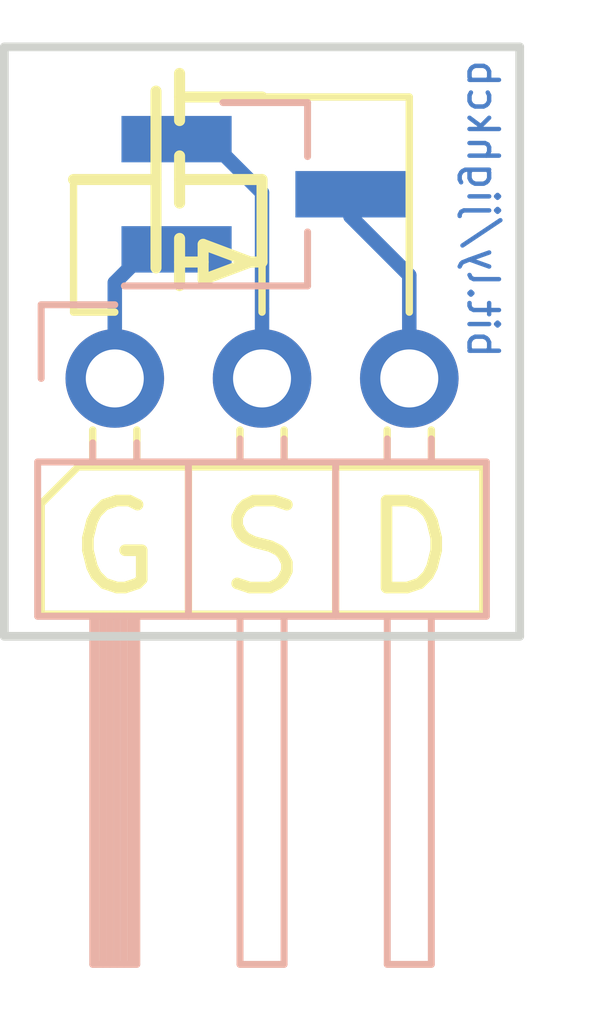
<source format=kicad_pcb>
(kicad_pcb (version 20171130) (host pcbnew 5.0.2-bee76a0~70~ubuntu18.04.1)

  (general
    (thickness 1.6)
    (drawings 41)
    (tracks 10)
    (zones 0)
    (modules 2)
    (nets 4)
  )

  (page A4)
  (layers
    (0 F.Cu signal)
    (31 B.Cu signal)
    (32 B.Adhes user)
    (33 F.Adhes user)
    (34 B.Paste user)
    (35 F.Paste user)
    (36 B.SilkS user)
    (37 F.SilkS user)
    (38 B.Mask user)
    (39 F.Mask user)
    (40 Dwgs.User user)
    (41 Cmts.User user)
    (42 Eco1.User user)
    (43 Eco2.User user)
    (44 Edge.Cuts user)
    (45 Margin user)
    (46 B.CrtYd user)
    (47 F.CrtYd user)
    (48 B.Fab user)
    (49 F.Fab user)
  )

  (setup
    (last_trace_width 0.25)
    (trace_clearance 0.2)
    (zone_clearance 0.508)
    (zone_45_only no)
    (trace_min 0.2)
    (segment_width 0.127)
    (edge_width 0.15)
    (via_size 0.8)
    (via_drill 0.4)
    (via_min_size 0.4)
    (via_min_drill 0.3)
    (uvia_size 0.3)
    (uvia_drill 0.1)
    (uvias_allowed no)
    (uvia_min_size 0.2)
    (uvia_min_drill 0.1)
    (pcb_text_width 0.3)
    (pcb_text_size 1.5 1.5)
    (mod_edge_width 0.15)
    (mod_text_size 1 1)
    (mod_text_width 0.15)
    (pad_size 1.7 1.7)
    (pad_drill 1)
    (pad_to_mask_clearance 0.051)
    (solder_mask_min_width 0.25)
    (aux_axis_origin 0 0)
    (visible_elements FFFFFF7F)
    (pcbplotparams
      (layerselection 0x010f0_ffffffff)
      (usegerberextensions false)
      (usegerberattributes false)
      (usegerberadvancedattributes false)
      (creategerberjobfile false)
      (excludeedgelayer true)
      (linewidth 0.100000)
      (plotframeref false)
      (viasonmask false)
      (mode 1)
      (useauxorigin false)
      (hpglpennumber 1)
      (hpglpenspeed 20)
      (hpglpendiameter 15.000000)
      (psnegative false)
      (psa4output false)
      (plotreference true)
      (plotvalue true)
      (plotinvisibletext false)
      (padsonsilk false)
      (subtractmaskfromsilk false)
      (outputformat 1)
      (mirror false)
      (drillshape 0)
      (scaleselection 1)
      (outputdirectory "sot89-5/"))
  )

  (net 0 "")
  (net 1 "Net-(J18-Pad3)")
  (net 2 "Net-(J18-Pad2)")
  (net 3 "Net-(J18-Pad1)")

  (net_class Default "This is the default net class."
    (clearance 0.2)
    (trace_width 0.25)
    (via_dia 0.8)
    (via_drill 0.4)
    (uvia_dia 0.3)
    (uvia_drill 0.1)
    (add_net "Net-(J18-Pad1)")
    (add_net "Net-(J18-Pad2)")
    (add_net "Net-(J18-Pad3)")
  )

  (module Package_TO_SOT_SMD:SOT-23_Handsoldering (layer B.Cu) (tedit 5A0AB76C) (tstamp 5CA45C9B)
    (at 43.8404 29.21)
    (descr "SOT-23, Handsoldering")
    (tags SOT-23)
    (path /5C83B42A)
    (attr smd)
    (fp_text reference Q13 (at 0 2.5) (layer B.SilkS) hide
      (effects (font (size 1 1) (thickness 0.15)) (justify mirror))
    )
    (fp_text value NMOS (at 0 -2.5) (layer B.Fab)
      (effects (font (size 1 1) (thickness 0.15)) (justify mirror))
    )
    (fp_line (start 0.76 -1.58) (end -0.7 -1.58) (layer B.SilkS) (width 0.12))
    (fp_line (start -0.7 -1.52) (end 0.7 -1.52) (layer B.Fab) (width 0.1))
    (fp_line (start 0.7 1.52) (end 0.7 -1.52) (layer B.Fab) (width 0.1))
    (fp_line (start -0.7 0.95) (end -0.15 1.52) (layer B.Fab) (width 0.1))
    (fp_line (start -0.15 1.52) (end 0.7 1.52) (layer B.Fab) (width 0.1))
    (fp_line (start -0.7 0.95) (end -0.7 -1.5) (layer B.Fab) (width 0.1))
    (fp_line (start 0.76 1.58) (end -2.4 1.58) (layer B.SilkS) (width 0.12))
    (fp_line (start -2.7 -1.75) (end -2.7 1.75) (layer B.CrtYd) (width 0.05))
    (fp_line (start 2.7 -1.75) (end -2.7 -1.75) (layer B.CrtYd) (width 0.05))
    (fp_line (start 2.7 1.75) (end 2.7 -1.75) (layer B.CrtYd) (width 0.05))
    (fp_line (start -2.7 1.75) (end 2.7 1.75) (layer B.CrtYd) (width 0.05))
    (fp_line (start 0.76 1.58) (end 0.76 0.65) (layer B.SilkS) (width 0.12))
    (fp_line (start 0.76 -1.58) (end 0.76 -0.65) (layer B.SilkS) (width 0.12))
    (fp_text user %R (at 0 0 -90) (layer B.Fab)
      (effects (font (size 0.5 0.5) (thickness 0.075)) (justify mirror))
    )
    (pad 3 smd rect (at 1.5 0) (size 1.9 0.8) (layers B.Cu B.Paste B.Mask)
      (net 1 "Net-(J18-Pad3)"))
    (pad 2 smd rect (at -1.5 -0.95) (size 1.9 0.8) (layers B.Cu B.Paste B.Mask)
      (net 2 "Net-(J18-Pad2)"))
    (pad 1 smd rect (at -1.5 0.95) (size 1.9 0.8) (layers B.Cu B.Paste B.Mask)
      (net 3 "Net-(J18-Pad1)"))
    (model ${KISYS3DMOD}/Package_TO_SOT_SMD.3dshapes/SOT-23.wrl
      (at (xyz 0 0 0))
      (scale (xyz 1 1 1))
      (rotate (xyz 0 0 0))
    )
  )

  (module Connector_PinHeader_2.54mm:PinHeader_1x03_P2.54mm_Horizontal (layer B.Cu) (tedit 5C82B561) (tstamp 5C8BB158)
    (at 41.275 32.385 270)
    (descr "Through hole angled pin header, 1x03, 2.54mm pitch, 6mm pin length, single row")
    (tags "Through hole angled pin header THT 1x03 2.54mm single row")
    (path /5C83B423)
    (fp_text reference J18 (at 4.385 2.27 270) (layer B.SilkS) hide
      (effects (font (size 1 1) (thickness 0.15)) (justify mirror))
    )
    (fp_text value Conn_01x03_Male (at 4.385 -7.35 270) (layer B.Fab)
      (effects (font (size 1 1) (thickness 0.15)) (justify mirror))
    )
    (fp_text user %R (at 2.77 -2.54 180) (layer B.Fab)
      (effects (font (size 1 1) (thickness 0.15)) (justify mirror))
    )
    (fp_line (start 10.55 1.8) (end -1.8 1.8) (layer B.CrtYd) (width 0.05))
    (fp_line (start 10.55 -6.85) (end 10.55 1.8) (layer B.CrtYd) (width 0.05))
    (fp_line (start -1.8 -6.85) (end 10.55 -6.85) (layer B.CrtYd) (width 0.05))
    (fp_line (start -1.8 1.8) (end -1.8 -6.85) (layer B.CrtYd) (width 0.05))
    (fp_line (start -1.27 1.27) (end 0 1.27) (layer B.SilkS) (width 0.12))
    (fp_line (start -1.27 0) (end -1.27 1.27) (layer B.SilkS) (width 0.12))
    (fp_line (start 1.042929 -5.46) (end 1.44 -5.46) (layer B.SilkS) (width 0.12))
    (fp_line (start 1.042929 -4.7) (end 1.44 -4.7) (layer B.SilkS) (width 0.12))
    (fp_line (start 10.1 -5.46) (end 4.1 -5.46) (layer B.SilkS) (width 0.12))
    (fp_line (start 10.1 -4.7) (end 10.1 -5.46) (layer B.SilkS) (width 0.12))
    (fp_line (start 4.1 -4.7) (end 10.1 -4.7) (layer B.SilkS) (width 0.12))
    (fp_line (start 1.44 -3.81) (end 4.1 -3.81) (layer B.SilkS) (width 0.12))
    (fp_line (start 1.042929 -2.92) (end 1.44 -2.92) (layer B.SilkS) (width 0.12))
    (fp_line (start 1.042929 -2.16) (end 1.44 -2.16) (layer B.SilkS) (width 0.12))
    (fp_line (start 10.1 -2.92) (end 4.1 -2.92) (layer B.SilkS) (width 0.12))
    (fp_line (start 10.1 -2.16) (end 10.1 -2.92) (layer B.SilkS) (width 0.12))
    (fp_line (start 4.1 -2.16) (end 10.1 -2.16) (layer B.SilkS) (width 0.12))
    (fp_line (start 1.44 -1.27) (end 4.1 -1.27) (layer B.SilkS) (width 0.12))
    (fp_line (start 1.11 -0.38) (end 1.44 -0.38) (layer B.SilkS) (width 0.12))
    (fp_line (start 1.11 0.38) (end 1.44 0.38) (layer B.SilkS) (width 0.12))
    (fp_line (start 4.1 -0.28) (end 10.1 -0.28) (layer B.SilkS) (width 0.12))
    (fp_line (start 4.1 -0.16) (end 10.1 -0.16) (layer B.SilkS) (width 0.12))
    (fp_line (start 4.1 -0.04) (end 10.1 -0.04) (layer B.SilkS) (width 0.12))
    (fp_line (start 4.1 0.08) (end 10.1 0.08) (layer B.SilkS) (width 0.12))
    (fp_line (start 4.1 0.2) (end 10.1 0.2) (layer B.SilkS) (width 0.12))
    (fp_line (start 4.1 0.32) (end 10.1 0.32) (layer B.SilkS) (width 0.12))
    (fp_line (start 10.1 -0.38) (end 4.1 -0.38) (layer B.SilkS) (width 0.12))
    (fp_line (start 10.1 0.38) (end 10.1 -0.38) (layer B.SilkS) (width 0.12))
    (fp_line (start 4.1 0.38) (end 10.1 0.38) (layer B.SilkS) (width 0.12))
    (fp_line (start 4.1 1.33) (end 1.44 1.33) (layer B.SilkS) (width 0.12))
    (fp_line (start 4.1 -6.41) (end 4.1 1.33) (layer B.SilkS) (width 0.12))
    (fp_line (start 1.44 -6.41) (end 4.1 -6.41) (layer B.SilkS) (width 0.12))
    (fp_line (start 1.44 1.33) (end 1.44 -6.41) (layer B.SilkS) (width 0.12))
    (fp_line (start 4.04 -5.4) (end 10.04 -5.4) (layer B.Fab) (width 0.1))
    (fp_line (start 10.04 -4.76) (end 10.04 -5.4) (layer B.Fab) (width 0.1))
    (fp_line (start 4.04 -4.76) (end 10.04 -4.76) (layer B.Fab) (width 0.1))
    (fp_line (start -0.32 -5.4) (end 1.5 -5.4) (layer B.Fab) (width 0.1))
    (fp_line (start -0.32 -4.76) (end -0.32 -5.4) (layer B.Fab) (width 0.1))
    (fp_line (start -0.32 -4.76) (end 1.5 -4.76) (layer B.Fab) (width 0.1))
    (fp_line (start 4.04 -2.86) (end 10.04 -2.86) (layer B.Fab) (width 0.1))
    (fp_line (start 10.04 -2.22) (end 10.04 -2.86) (layer B.Fab) (width 0.1))
    (fp_line (start 4.04 -2.22) (end 10.04 -2.22) (layer B.Fab) (width 0.1))
    (fp_line (start -0.32 -2.86) (end 1.5 -2.86) (layer B.Fab) (width 0.1))
    (fp_line (start -0.32 -2.22) (end -0.32 -2.86) (layer B.Fab) (width 0.1))
    (fp_line (start -0.32 -2.22) (end 1.5 -2.22) (layer B.Fab) (width 0.1))
    (fp_line (start 4.04 -0.32) (end 10.04 -0.32) (layer B.Fab) (width 0.1))
    (fp_line (start 10.04 0.32) (end 10.04 -0.32) (layer B.Fab) (width 0.1))
    (fp_line (start 4.04 0.32) (end 10.04 0.32) (layer B.Fab) (width 0.1))
    (fp_line (start -0.32 -0.32) (end 1.5 -0.32) (layer B.Fab) (width 0.1))
    (fp_line (start -0.32 0.32) (end -0.32 -0.32) (layer B.Fab) (width 0.1))
    (fp_line (start -0.32 0.32) (end 1.5 0.32) (layer B.Fab) (width 0.1))
    (fp_line (start 1.5 0.635) (end 2.135 1.27) (layer B.Fab) (width 0.1))
    (fp_line (start 1.5 -6.35) (end 1.5 0.635) (layer B.Fab) (width 0.1))
    (fp_line (start 4.04 -6.35) (end 1.5 -6.35) (layer B.Fab) (width 0.1))
    (fp_line (start 4.04 1.27) (end 4.04 -6.35) (layer B.Fab) (width 0.1))
    (fp_line (start 2.135 1.27) (end 4.04 1.27) (layer B.Fab) (width 0.1))
    (pad 3 thru_hole oval (at 0 -5.08 270) (size 1.7 1.7) (drill 1) (layers *.Cu *.Mask)
      (net 1 "Net-(J18-Pad3)"))
    (pad 2 thru_hole oval (at 0 -2.54 270) (size 1.7 1.7) (drill 1) (layers *.Cu *.Mask)
      (net 2 "Net-(J18-Pad2)"))
    (pad 1 thru_hole circle (at 0 0 270) (size 1.7 1.7) (drill 1) (layers *.Cu *.Mask)
      (net 3 "Net-(J18-Pad1)"))
    (model ${KISYS3DMOD}/Connector_PinHeader_2.54mm.3dshapes/PinHeader_1x03_P2.54mm_Horizontal.wrl
      (at (xyz 0 0 0))
      (scale (xyz 1 1 1))
      (rotate (xyz 0 0 0))
    )
  )

  (gr_line (start 42.3926 28.956) (end 43.815 28.956) (layer F.SilkS) (width 0.1905) (tstamp 5C82BA4C))
  (gr_line (start 43.815 28.956) (end 43.815 30.3784) (layer F.SilkS) (width 0.1905) (tstamp 5C82BA4B))
  (gr_line (start 42.3926 29.972) (end 42.3926 30.7848) (layer F.SilkS) (width 0.1905) (tstamp 5C82BA4A))
  (gr_line (start 41.9862 28.956) (end 40.5638 28.956) (layer F.SilkS) (width 0.1905) (tstamp 5C82BA49))
  (gr_line (start 42.3926 28.5496) (end 42.3926 29.3624) (layer F.SilkS) (width 0.1905) (tstamp 5C82BA48))
  (gr_line (start 42.799 30.0736) (end 43.6118 30.3784) (layer F.SilkS) (width 0.1905) (tstamp 5C82BA47))
  (gr_line (start 42.3926 27.5336) (end 43.815 27.5336) (layer F.SilkS) (width 0.1905) (tstamp 5C82BA46))
  (gr_line (start 43.6118 30.3784) (end 42.799 30.6832) (layer F.SilkS) (width 0.1905) (tstamp 5C82BA45))
  (gr_line (start 42.799 30.3784) (end 42.799 30.0736) (layer F.SilkS) (width 0.1905) (tstamp 5C82BA44))
  (gr_line (start 42.799 30.6832) (end 42.799 30.3784) (layer F.SilkS) (width 0.1905) (tstamp 5C82BA43))
  (gr_line (start 43.6118 30.3784) (end 43.815 30.3784) (layer F.SilkS) (width 0.1905) (tstamp 5C82BA42))
  (gr_line (start 42.3926 30.3784) (end 42.799 30.3784) (layer F.SilkS) (width 0.1905) (tstamp 5C82BA41))
  (gr_line (start 43.815 30.3784) (end 43.815 30.353) (layer F.SilkS) (width 0.127) (tstamp 5C82BA40))
  (gr_line (start 42.3926 27.94) (end 42.3926 27.1272) (layer F.SilkS) (width 0.1905) (tstamp 5C82BA3F))
  (gr_line (start 41.9862 27.432) (end 41.9862 30.48) (layer F.SilkS) (width 0.1905) (tstamp 5C82BA3E))
  (gr_text G (at 41.275 35.306) (layer F.SilkS) (tstamp 5C8C9560)
    (effects (font (size 1.5 1.5) (thickness 0.2)))
  )
  (gr_line (start 40.5638 31.242) (end 41.275 31.242) (layer F.SilkS) (width 0.127))
  (gr_line (start 40.5638 28.956) (end 40.5638 31.242) (layer F.SilkS) (width 0.127))
  (gr_line (start 46.355 27.5336) (end 46.355 31.242) (layer F.SilkS) (width 0.127))
  (gr_line (start 43.815 27.5336) (end 46.355 27.5336) (layer F.SilkS) (width 0.127))
  (gr_line (start 43.815 30.3784) (end 43.815 31.242) (layer F.SilkS) (width 0.127))
  (gr_text D (at 46.355 35.306) (layer F.SilkS)
    (effects (font (size 1.5 1.5) (thickness 0.2)))
  )
  (gr_line (start 47.625 33.909) (end 47.625 36.449) (layer F.SilkS) (width 0.127) (tstamp 5C98109F))
  (gr_line (start 46.736 33.909) (end 46.736 33.274) (layer F.SilkS) (width 0.127) (tstamp 5C98109C))
  (gr_text bit.ly/jighkcb (at 47.625 29.464 270) (layer B.Cu) (tstamp 5C832076)
    (effects (font (size 0.508 0.508) (thickness 0.0762)) (justify mirror))
  )
  (gr_line (start 45.085 33.909) (end 45.085 36.449) (layer F.SilkS) (width 0.127) (tstamp 5C98109E))
  (gr_line (start 41.656 33.909) (end 41.656 33.274) (layer F.SilkS) (width 0.127) (tstamp 5C98109D))
  (gr_line (start 40.894 33.909) (end 40.894 33.274) (layer F.SilkS) (width 0.127) (tstamp 5C981096))
  (gr_line (start 40.64 33.909) (end 40.005 34.544) (layer F.SilkS) (width 0.127) (tstamp 5C9810A1))
  (gr_line (start 43.434 33.909) (end 43.434 33.274) (layer F.SilkS) (width 0.127) (tstamp 5C981097))
  (gr_line (start 48.26 26.67) (end 39.37 26.67) (layer Edge.Cuts) (width 0.15))
  (gr_line (start 44.196 33.909) (end 44.196 33.274) (layer F.SilkS) (width 0.127) (tstamp 5C98109B))
  (gr_text S (at 43.815 35.306) (layer F.SilkS) (tstamp 5C8C9560)
    (effects (font (size 1.5 1.5) (thickness 0.2)))
  )
  (gr_line (start 42.545 33.909) (end 42.545 36.449) (layer F.SilkS) (width 0.127) (tstamp 5C981098))
  (gr_line (start 45.974 33.909) (end 45.974 33.274) (layer F.SilkS) (width 0.127) (tstamp 5C981099))
  (gr_line (start 47.625 33.909) (end 40.64 33.909) (layer F.SilkS) (width 0.127) (tstamp 5C981092))
  (gr_line (start 40.005 34.544) (end 40.005 36.449) (layer F.SilkS) (width 0.127) (tstamp 5C981095))
  (gr_line (start 40.005 36.449) (end 47.625 36.449) (layer F.SilkS) (width 0.127) (tstamp 5C9810A0))
  (gr_line (start 48.26 36.83) (end 48.26 26.67) (layer Edge.Cuts) (width 0.15))
  (gr_line (start 39.37 26.67) (end 39.37 36.83) (layer Edge.Cuts) (width 0.15))
  (gr_line (start 39.37 36.83) (end 48.26 36.83) (layer Edge.Cuts) (width 0.15))

  (segment (start 45.3404 29.5924) (end 46.355 30.607) (width 0.25) (layer B.Cu) (net 1))
  (segment (start 46.355 30.607) (end 46.355 32.385) (width 0.25) (layer B.Cu) (net 1))
  (segment (start 45.3404 29.21) (end 45.3404 29.5924) (width 0.25) (layer B.Cu) (net 1))
  (segment (start 42.8904 28.26) (end 43.815 29.1846) (width 0.25) (layer B.Cu) (net 2))
  (segment (start 43.815 29.1846) (end 43.815 31.182919) (width 0.25) (layer B.Cu) (net 2))
  (segment (start 42.3404 28.26) (end 42.8904 28.26) (width 0.25) (layer B.Cu) (net 2))
  (segment (start 43.815 31.182919) (end 43.815 32.385) (width 0.25) (layer B.Cu) (net 2))
  (segment (start 41.849 30.16) (end 41.275 30.734) (width 0.25) (layer B.Cu) (net 3))
  (segment (start 42.3404 30.16) (end 41.849 30.16) (width 0.25) (layer B.Cu) (net 3))
  (segment (start 41.275 30.734) (end 41.275 32.385) (width 0.25) (layer B.Cu) (net 3))

)

</source>
